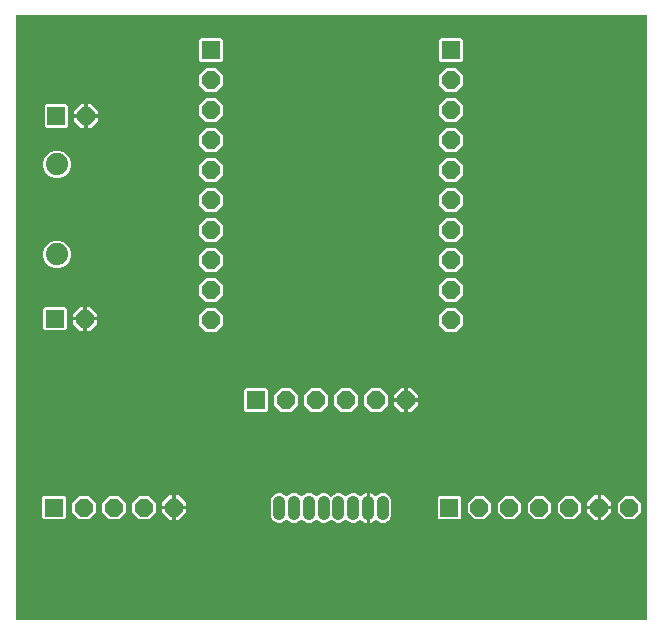
<source format=gbr>
G04 EAGLE Gerber RS-274X export*
G75*
%MOMM*%
%FSLAX34Y34*%
%LPD*%
%INTop Copper*%
%IPPOS*%
%AMOC8*
5,1,8,0,0,1.08239X$1,22.5*%
G01*
%ADD10R,1.524000X1.524000*%
%ADD11P,1.649562X8X112.500000*%
%ADD12P,1.649562X8X22.500000*%
%ADD13C,1.016000*%
%ADD14C,1.879600*%

G36*
X544198Y10164D02*
X544198Y10164D01*
X544217Y10162D01*
X544319Y10184D01*
X544421Y10200D01*
X544438Y10210D01*
X544458Y10214D01*
X544547Y10267D01*
X544638Y10316D01*
X544652Y10330D01*
X544669Y10340D01*
X544736Y10419D01*
X544808Y10494D01*
X544816Y10512D01*
X544829Y10527D01*
X544868Y10623D01*
X544911Y10717D01*
X544913Y10737D01*
X544921Y10755D01*
X544939Y10922D01*
X544939Y521578D01*
X544936Y521598D01*
X544938Y521617D01*
X544916Y521719D01*
X544900Y521821D01*
X544890Y521838D01*
X544886Y521858D01*
X544833Y521947D01*
X544784Y522038D01*
X544770Y522052D01*
X544760Y522069D01*
X544681Y522136D01*
X544606Y522208D01*
X544588Y522216D01*
X544573Y522229D01*
X544477Y522268D01*
X544383Y522311D01*
X544363Y522313D01*
X544345Y522321D01*
X544178Y522339D01*
X10922Y522339D01*
X10902Y522336D01*
X10883Y522338D01*
X10781Y522316D01*
X10679Y522300D01*
X10662Y522290D01*
X10642Y522286D01*
X10553Y522233D01*
X10462Y522184D01*
X10448Y522170D01*
X10431Y522160D01*
X10364Y522081D01*
X10292Y522006D01*
X10284Y521988D01*
X10271Y521973D01*
X10232Y521877D01*
X10189Y521783D01*
X10187Y521763D01*
X10179Y521745D01*
X10161Y521578D01*
X10161Y10922D01*
X10164Y10902D01*
X10162Y10883D01*
X10184Y10781D01*
X10200Y10679D01*
X10210Y10662D01*
X10214Y10642D01*
X10267Y10553D01*
X10316Y10462D01*
X10330Y10448D01*
X10340Y10431D01*
X10419Y10364D01*
X10494Y10292D01*
X10512Y10284D01*
X10527Y10271D01*
X10623Y10232D01*
X10717Y10189D01*
X10737Y10187D01*
X10755Y10179D01*
X10922Y10161D01*
X544178Y10161D01*
X544198Y10164D01*
G37*
%LPC*%
G36*
X306141Y92494D02*
X306141Y92494D01*
X304754Y93069D01*
X303506Y93903D01*
X302473Y94936D01*
X302457Y94948D01*
X302444Y94963D01*
X302357Y95019D01*
X302273Y95080D01*
X302254Y95085D01*
X302237Y95096D01*
X302137Y95121D01*
X302038Y95152D01*
X302018Y95151D01*
X301999Y95156D01*
X301896Y95148D01*
X301792Y95146D01*
X301773Y95139D01*
X301753Y95137D01*
X301659Y95097D01*
X301561Y95061D01*
X301545Y95049D01*
X301527Y95041D01*
X301396Y94936D01*
X300037Y93577D01*
X297329Y92455D01*
X294399Y92455D01*
X291691Y93577D01*
X290152Y95116D01*
X290136Y95127D01*
X290124Y95143D01*
X290036Y95199D01*
X289953Y95259D01*
X289934Y95265D01*
X289917Y95276D01*
X289816Y95301D01*
X289717Y95331D01*
X289698Y95331D01*
X289678Y95336D01*
X289575Y95328D01*
X289472Y95325D01*
X289453Y95318D01*
X289433Y95317D01*
X289338Y95276D01*
X289241Y95241D01*
X289225Y95228D01*
X289207Y95220D01*
X289076Y95116D01*
X287537Y93577D01*
X284829Y92455D01*
X281899Y92455D01*
X279191Y93577D01*
X277652Y95116D01*
X277636Y95127D01*
X277624Y95143D01*
X277536Y95199D01*
X277453Y95259D01*
X277434Y95265D01*
X277417Y95276D01*
X277316Y95301D01*
X277217Y95331D01*
X277198Y95331D01*
X277178Y95336D01*
X277075Y95328D01*
X276972Y95325D01*
X276953Y95318D01*
X276933Y95317D01*
X276838Y95276D01*
X276741Y95241D01*
X276725Y95228D01*
X276707Y95220D01*
X276576Y95116D01*
X275037Y93577D01*
X272329Y92455D01*
X269399Y92455D01*
X266691Y93577D01*
X265152Y95116D01*
X265136Y95127D01*
X265124Y95143D01*
X265036Y95199D01*
X264953Y95259D01*
X264934Y95265D01*
X264917Y95276D01*
X264816Y95301D01*
X264717Y95331D01*
X264698Y95331D01*
X264678Y95336D01*
X264575Y95328D01*
X264472Y95325D01*
X264453Y95318D01*
X264433Y95317D01*
X264338Y95276D01*
X264241Y95241D01*
X264225Y95228D01*
X264207Y95220D01*
X264076Y95116D01*
X262537Y93577D01*
X259829Y92455D01*
X256899Y92455D01*
X254191Y93577D01*
X252652Y95116D01*
X252636Y95127D01*
X252624Y95143D01*
X252536Y95199D01*
X252453Y95259D01*
X252434Y95265D01*
X252417Y95276D01*
X252316Y95301D01*
X252217Y95331D01*
X252198Y95331D01*
X252178Y95336D01*
X252075Y95328D01*
X251972Y95325D01*
X251953Y95318D01*
X251933Y95317D01*
X251838Y95276D01*
X251741Y95241D01*
X251725Y95228D01*
X251707Y95220D01*
X251576Y95116D01*
X250037Y93577D01*
X247329Y92455D01*
X244399Y92455D01*
X241691Y93577D01*
X240152Y95116D01*
X240136Y95127D01*
X240124Y95143D01*
X240036Y95199D01*
X239953Y95259D01*
X239934Y95265D01*
X239917Y95276D01*
X239816Y95301D01*
X239717Y95331D01*
X239698Y95331D01*
X239678Y95336D01*
X239575Y95328D01*
X239472Y95325D01*
X239453Y95318D01*
X239433Y95317D01*
X239338Y95276D01*
X239241Y95241D01*
X239225Y95228D01*
X239207Y95220D01*
X239076Y95116D01*
X237537Y93577D01*
X234829Y92455D01*
X231899Y92455D01*
X229191Y93577D01*
X227119Y95649D01*
X225997Y98357D01*
X225997Y111447D01*
X227119Y114155D01*
X229191Y116227D01*
X231899Y117349D01*
X234829Y117349D01*
X237537Y116227D01*
X239076Y114688D01*
X239092Y114677D01*
X239104Y114661D01*
X239192Y114605D01*
X239275Y114545D01*
X239294Y114539D01*
X239311Y114528D01*
X239412Y114503D01*
X239511Y114473D01*
X239530Y114473D01*
X239550Y114468D01*
X239653Y114476D01*
X239756Y114479D01*
X239775Y114486D01*
X239795Y114487D01*
X239890Y114528D01*
X239987Y114563D01*
X240003Y114576D01*
X240021Y114584D01*
X240152Y114688D01*
X241691Y116227D01*
X244399Y117349D01*
X247329Y117349D01*
X250037Y116227D01*
X251576Y114688D01*
X251592Y114677D01*
X251604Y114661D01*
X251692Y114605D01*
X251775Y114545D01*
X251794Y114539D01*
X251811Y114528D01*
X251912Y114503D01*
X252011Y114473D01*
X252030Y114473D01*
X252050Y114468D01*
X252153Y114476D01*
X252256Y114479D01*
X252275Y114486D01*
X252295Y114487D01*
X252390Y114528D01*
X252487Y114563D01*
X252503Y114576D01*
X252521Y114584D01*
X252652Y114688D01*
X254191Y116227D01*
X256899Y117349D01*
X259829Y117349D01*
X262537Y116227D01*
X264076Y114688D01*
X264092Y114677D01*
X264104Y114661D01*
X264192Y114605D01*
X264275Y114545D01*
X264294Y114539D01*
X264311Y114528D01*
X264412Y114503D01*
X264511Y114473D01*
X264530Y114473D01*
X264550Y114468D01*
X264653Y114476D01*
X264756Y114479D01*
X264775Y114486D01*
X264795Y114487D01*
X264890Y114528D01*
X264987Y114563D01*
X265003Y114576D01*
X265021Y114584D01*
X265152Y114688D01*
X266691Y116227D01*
X269399Y117349D01*
X272329Y117349D01*
X275037Y116227D01*
X276576Y114688D01*
X276592Y114677D01*
X276604Y114661D01*
X276692Y114605D01*
X276775Y114545D01*
X276794Y114539D01*
X276811Y114528D01*
X276912Y114503D01*
X277011Y114473D01*
X277030Y114473D01*
X277050Y114468D01*
X277153Y114476D01*
X277256Y114479D01*
X277275Y114486D01*
X277295Y114487D01*
X277390Y114528D01*
X277487Y114563D01*
X277503Y114576D01*
X277521Y114584D01*
X277652Y114688D01*
X279191Y116227D01*
X281899Y117349D01*
X284829Y117349D01*
X287537Y116227D01*
X289076Y114688D01*
X289092Y114677D01*
X289104Y114661D01*
X289192Y114605D01*
X289275Y114545D01*
X289294Y114539D01*
X289311Y114528D01*
X289412Y114503D01*
X289511Y114473D01*
X289530Y114473D01*
X289550Y114468D01*
X289653Y114476D01*
X289756Y114479D01*
X289775Y114486D01*
X289795Y114487D01*
X289890Y114528D01*
X289987Y114563D01*
X290003Y114576D01*
X290021Y114584D01*
X290152Y114688D01*
X291691Y116227D01*
X294399Y117349D01*
X297329Y117349D01*
X300037Y116227D01*
X301396Y114868D01*
X301412Y114856D01*
X301425Y114841D01*
X301512Y114785D01*
X301596Y114724D01*
X301615Y114719D01*
X301632Y114708D01*
X301732Y114683D01*
X301831Y114652D01*
X301851Y114653D01*
X301870Y114648D01*
X301973Y114656D01*
X302077Y114658D01*
X302096Y114665D01*
X302115Y114667D01*
X302210Y114707D01*
X302308Y114743D01*
X302323Y114755D01*
X302342Y114763D01*
X302473Y114868D01*
X303506Y115901D01*
X304754Y116735D01*
X306141Y117310D01*
X307095Y117500D01*
X307095Y105410D01*
X307098Y105391D01*
X307096Y105371D01*
X307118Y105269D01*
X307134Y105167D01*
X307144Y105150D01*
X307148Y105130D01*
X307201Y105041D01*
X307250Y104950D01*
X307264Y104936D01*
X307274Y104919D01*
X307299Y104898D01*
X307298Y104897D01*
X307226Y104822D01*
X307218Y104804D01*
X307205Y104789D01*
X307166Y104692D01*
X307123Y104599D01*
X307121Y104579D01*
X307113Y104561D01*
X307095Y104394D01*
X307095Y92304D01*
X306141Y92494D01*
G37*
%LPD*%
%LPC*%
G36*
X42888Y307847D02*
X42888Y307847D01*
X38593Y309626D01*
X35306Y312913D01*
X33527Y317208D01*
X33527Y321856D01*
X35306Y326151D01*
X38593Y329438D01*
X42888Y331217D01*
X47536Y331217D01*
X51831Y329438D01*
X55118Y326151D01*
X56897Y321856D01*
X56897Y317208D01*
X55118Y312913D01*
X51831Y309626D01*
X47536Y307847D01*
X42888Y307847D01*
G37*
%LPD*%
%LPC*%
G36*
X42888Y384047D02*
X42888Y384047D01*
X38593Y385826D01*
X35306Y389113D01*
X33527Y393408D01*
X33527Y398056D01*
X35306Y402351D01*
X38593Y405638D01*
X42888Y407417D01*
X47536Y407417D01*
X51831Y405638D01*
X55118Y402351D01*
X56897Y398056D01*
X56897Y393408D01*
X55118Y389113D01*
X51831Y385826D01*
X47536Y384047D01*
X42888Y384047D01*
G37*
%LPD*%
%LPC*%
G36*
X309633Y104394D02*
X309633Y104394D01*
X309630Y104413D01*
X309632Y104433D01*
X309610Y104535D01*
X309594Y104637D01*
X309584Y104654D01*
X309580Y104674D01*
X309527Y104763D01*
X309478Y104854D01*
X309464Y104868D01*
X309454Y104885D01*
X309429Y104906D01*
X309430Y104907D01*
X309502Y104982D01*
X309510Y105000D01*
X309523Y105015D01*
X309562Y105112D01*
X309605Y105205D01*
X309607Y105225D01*
X309615Y105243D01*
X309633Y105410D01*
X309633Y117500D01*
X310587Y117310D01*
X311974Y116735D01*
X313222Y115901D01*
X314255Y114868D01*
X314271Y114856D01*
X314284Y114841D01*
X314371Y114785D01*
X314455Y114724D01*
X314474Y114719D01*
X314491Y114708D01*
X314591Y114683D01*
X314690Y114652D01*
X314710Y114653D01*
X314729Y114648D01*
X314832Y114656D01*
X314936Y114658D01*
X314955Y114665D01*
X314975Y114667D01*
X315069Y114707D01*
X315167Y114743D01*
X315183Y114755D01*
X315201Y114763D01*
X315332Y114868D01*
X316691Y116227D01*
X319399Y117349D01*
X322329Y117349D01*
X325037Y116227D01*
X327109Y114155D01*
X328231Y111447D01*
X328231Y98357D01*
X327109Y95649D01*
X325037Y93577D01*
X322329Y92455D01*
X319399Y92455D01*
X316691Y93577D01*
X315332Y94936D01*
X315316Y94948D01*
X315303Y94963D01*
X315216Y95019D01*
X315132Y95080D01*
X315113Y95085D01*
X315096Y95096D01*
X314996Y95121D01*
X314897Y95152D01*
X314877Y95151D01*
X314858Y95156D01*
X314755Y95148D01*
X314651Y95146D01*
X314632Y95139D01*
X314613Y95137D01*
X314518Y95097D01*
X314420Y95061D01*
X314405Y95049D01*
X314386Y95041D01*
X314255Y94936D01*
X313222Y93903D01*
X311974Y93069D01*
X310587Y92494D01*
X309633Y92304D01*
X309633Y104394D01*
G37*
%LPD*%
%LPC*%
G36*
X34867Y255269D02*
X34867Y255269D01*
X33527Y256609D01*
X33527Y273743D01*
X34867Y275083D01*
X52001Y275083D01*
X53341Y273743D01*
X53341Y256609D01*
X52001Y255269D01*
X34867Y255269D01*
G37*
%LPD*%
%LPC*%
G36*
X370147Y482912D02*
X370147Y482912D01*
X368807Y484252D01*
X368807Y501386D01*
X370147Y502726D01*
X387281Y502726D01*
X388621Y501386D01*
X388621Y484252D01*
X387281Y482912D01*
X370147Y482912D01*
G37*
%LPD*%
%LPC*%
G36*
X204862Y186378D02*
X204862Y186378D01*
X203522Y187718D01*
X203522Y204852D01*
X204862Y206192D01*
X221996Y206192D01*
X223336Y204852D01*
X223336Y187718D01*
X221996Y186378D01*
X204862Y186378D01*
G37*
%LPD*%
%LPC*%
G36*
X368764Y95393D02*
X368764Y95393D01*
X367424Y96733D01*
X367424Y113867D01*
X368764Y115207D01*
X385898Y115207D01*
X387238Y113867D01*
X387238Y96733D01*
X385898Y95393D01*
X368764Y95393D01*
G37*
%LPD*%
%LPC*%
G36*
X35883Y426719D02*
X35883Y426719D01*
X34543Y428059D01*
X34543Y445193D01*
X35883Y446533D01*
X53017Y446533D01*
X54357Y445193D01*
X54357Y428059D01*
X53017Y426719D01*
X35883Y426719D01*
G37*
%LPD*%
%LPC*%
G36*
X33812Y95393D02*
X33812Y95393D01*
X32472Y96733D01*
X32472Y113867D01*
X33812Y115207D01*
X50946Y115207D01*
X52286Y113867D01*
X52286Y96733D01*
X50946Y95393D01*
X33812Y95393D01*
G37*
%LPD*%
%LPC*%
G36*
X166713Y482912D02*
X166713Y482912D01*
X165373Y484252D01*
X165373Y501386D01*
X166713Y502726D01*
X183847Y502726D01*
X185187Y501386D01*
X185187Y484252D01*
X183847Y482912D01*
X166713Y482912D01*
G37*
%LPD*%
%LPC*%
G36*
X89075Y95393D02*
X89075Y95393D01*
X83272Y101196D01*
X83272Y109404D01*
X89075Y115207D01*
X97283Y115207D01*
X103086Y109404D01*
X103086Y101196D01*
X97283Y95393D01*
X89075Y95393D01*
G37*
%LPD*%
%LPC*%
G36*
X374610Y406712D02*
X374610Y406712D01*
X368807Y412515D01*
X368807Y420723D01*
X374610Y426526D01*
X382818Y426526D01*
X388621Y420723D01*
X388621Y412515D01*
X382818Y406712D01*
X374610Y406712D01*
G37*
%LPD*%
%LPC*%
G36*
X171176Y406712D02*
X171176Y406712D01*
X165373Y412515D01*
X165373Y420723D01*
X171176Y426526D01*
X179384Y426526D01*
X185187Y420723D01*
X185187Y412515D01*
X179384Y406712D01*
X171176Y406712D01*
G37*
%LPD*%
%LPC*%
G36*
X63675Y95393D02*
X63675Y95393D01*
X57872Y101196D01*
X57872Y109404D01*
X63675Y115207D01*
X71883Y115207D01*
X77686Y109404D01*
X77686Y101196D01*
X71883Y95393D01*
X63675Y95393D01*
G37*
%LPD*%
%LPC*%
G36*
X171176Y381312D02*
X171176Y381312D01*
X165373Y387115D01*
X165373Y395323D01*
X171176Y401126D01*
X179384Y401126D01*
X185187Y395323D01*
X185187Y387115D01*
X179384Y381312D01*
X171176Y381312D01*
G37*
%LPD*%
%LPC*%
G36*
X374610Y381312D02*
X374610Y381312D01*
X368807Y387115D01*
X368807Y395323D01*
X374610Y401126D01*
X382818Y401126D01*
X388621Y395323D01*
X388621Y387115D01*
X382818Y381312D01*
X374610Y381312D01*
G37*
%LPD*%
%LPC*%
G36*
X171176Y355912D02*
X171176Y355912D01*
X165373Y361715D01*
X165373Y369923D01*
X171176Y375726D01*
X179384Y375726D01*
X185187Y369923D01*
X185187Y361715D01*
X179384Y355912D01*
X171176Y355912D01*
G37*
%LPD*%
%LPC*%
G36*
X374610Y355912D02*
X374610Y355912D01*
X368807Y361715D01*
X368807Y369923D01*
X374610Y375726D01*
X382818Y375726D01*
X388621Y369923D01*
X388621Y361715D01*
X382818Y355912D01*
X374610Y355912D01*
G37*
%LPD*%
%LPC*%
G36*
X374610Y330512D02*
X374610Y330512D01*
X368807Y336315D01*
X368807Y344523D01*
X374610Y350326D01*
X382818Y350326D01*
X388621Y344523D01*
X388621Y336315D01*
X382818Y330512D01*
X374610Y330512D01*
G37*
%LPD*%
%LPC*%
G36*
X171176Y330512D02*
X171176Y330512D01*
X165373Y336315D01*
X165373Y344523D01*
X171176Y350326D01*
X179384Y350326D01*
X185187Y344523D01*
X185187Y336315D01*
X179384Y330512D01*
X171176Y330512D01*
G37*
%LPD*%
%LPC*%
G36*
X171176Y305112D02*
X171176Y305112D01*
X165373Y310915D01*
X165373Y319123D01*
X171176Y324926D01*
X179384Y324926D01*
X185187Y319123D01*
X185187Y310915D01*
X179384Y305112D01*
X171176Y305112D01*
G37*
%LPD*%
%LPC*%
G36*
X171176Y432112D02*
X171176Y432112D01*
X165373Y437915D01*
X165373Y446123D01*
X171176Y451926D01*
X179384Y451926D01*
X185187Y446123D01*
X185187Y437915D01*
X179384Y432112D01*
X171176Y432112D01*
G37*
%LPD*%
%LPC*%
G36*
X374610Y305112D02*
X374610Y305112D01*
X368807Y310915D01*
X368807Y319123D01*
X374610Y324926D01*
X382818Y324926D01*
X388621Y319123D01*
X388621Y310915D01*
X382818Y305112D01*
X374610Y305112D01*
G37*
%LPD*%
%LPC*%
G36*
X374610Y279712D02*
X374610Y279712D01*
X368807Y285515D01*
X368807Y293723D01*
X374610Y299526D01*
X382818Y299526D01*
X388621Y293723D01*
X388621Y285515D01*
X382818Y279712D01*
X374610Y279712D01*
G37*
%LPD*%
%LPC*%
G36*
X171176Y279712D02*
X171176Y279712D01*
X165373Y285515D01*
X165373Y293723D01*
X171176Y299526D01*
X179384Y299526D01*
X185187Y293723D01*
X185187Y285515D01*
X179384Y279712D01*
X171176Y279712D01*
G37*
%LPD*%
%LPC*%
G36*
X374610Y457512D02*
X374610Y457512D01*
X368807Y463315D01*
X368807Y471523D01*
X374610Y477326D01*
X382818Y477326D01*
X388621Y471523D01*
X388621Y463315D01*
X382818Y457512D01*
X374610Y457512D01*
G37*
%LPD*%
%LPC*%
G36*
X114475Y95393D02*
X114475Y95393D01*
X108672Y101196D01*
X108672Y109404D01*
X114475Y115207D01*
X122683Y115207D01*
X128486Y109404D01*
X128486Y101196D01*
X122683Y95393D01*
X114475Y95393D01*
G37*
%LPD*%
%LPC*%
G36*
X374610Y432112D02*
X374610Y432112D01*
X368807Y437915D01*
X368807Y446123D01*
X374610Y451926D01*
X382818Y451926D01*
X388621Y446123D01*
X388621Y437915D01*
X382818Y432112D01*
X374610Y432112D01*
G37*
%LPD*%
%LPC*%
G36*
X374610Y254312D02*
X374610Y254312D01*
X368807Y260115D01*
X368807Y268323D01*
X374610Y274126D01*
X382818Y274126D01*
X388621Y268323D01*
X388621Y260115D01*
X382818Y254312D01*
X374610Y254312D01*
G37*
%LPD*%
%LPC*%
G36*
X171176Y254312D02*
X171176Y254312D01*
X165373Y260115D01*
X165373Y268323D01*
X171176Y274126D01*
X179384Y274126D01*
X185187Y268323D01*
X185187Y260115D01*
X179384Y254312D01*
X171176Y254312D01*
G37*
%LPD*%
%LPC*%
G36*
X525627Y95393D02*
X525627Y95393D01*
X519824Y101196D01*
X519824Y109404D01*
X525627Y115207D01*
X533835Y115207D01*
X539638Y109404D01*
X539638Y101196D01*
X533835Y95393D01*
X525627Y95393D01*
G37*
%LPD*%
%LPC*%
G36*
X474827Y95393D02*
X474827Y95393D01*
X469024Y101196D01*
X469024Y109404D01*
X474827Y115207D01*
X483035Y115207D01*
X488838Y109404D01*
X488838Y101196D01*
X483035Y95393D01*
X474827Y95393D01*
G37*
%LPD*%
%LPC*%
G36*
X449427Y95393D02*
X449427Y95393D01*
X443624Y101196D01*
X443624Y109404D01*
X449427Y115207D01*
X457635Y115207D01*
X463438Y109404D01*
X463438Y101196D01*
X457635Y95393D01*
X449427Y95393D01*
G37*
%LPD*%
%LPC*%
G36*
X424027Y95393D02*
X424027Y95393D01*
X418224Y101196D01*
X418224Y109404D01*
X424027Y115207D01*
X432235Y115207D01*
X438038Y109404D01*
X438038Y101196D01*
X432235Y95393D01*
X424027Y95393D01*
G37*
%LPD*%
%LPC*%
G36*
X398627Y95393D02*
X398627Y95393D01*
X392824Y101196D01*
X392824Y109404D01*
X398627Y115207D01*
X406835Y115207D01*
X412638Y109404D01*
X412638Y101196D01*
X406835Y95393D01*
X398627Y95393D01*
G37*
%LPD*%
%LPC*%
G36*
X310925Y186378D02*
X310925Y186378D01*
X305122Y192181D01*
X305122Y200389D01*
X310925Y206192D01*
X319133Y206192D01*
X324936Y200389D01*
X324936Y192181D01*
X319133Y186378D01*
X310925Y186378D01*
G37*
%LPD*%
%LPC*%
G36*
X285525Y186378D02*
X285525Y186378D01*
X279722Y192181D01*
X279722Y200389D01*
X285525Y206192D01*
X293733Y206192D01*
X299536Y200389D01*
X299536Y192181D01*
X293733Y186378D01*
X285525Y186378D01*
G37*
%LPD*%
%LPC*%
G36*
X260125Y186378D02*
X260125Y186378D01*
X254322Y192181D01*
X254322Y200389D01*
X260125Y206192D01*
X268333Y206192D01*
X274136Y200389D01*
X274136Y192181D01*
X268333Y186378D01*
X260125Y186378D01*
G37*
%LPD*%
%LPC*%
G36*
X234725Y186378D02*
X234725Y186378D01*
X228922Y192181D01*
X228922Y200389D01*
X234725Y206192D01*
X242933Y206192D01*
X248736Y200389D01*
X248736Y192181D01*
X242933Y186378D01*
X234725Y186378D01*
G37*
%LPD*%
%LPC*%
G36*
X171176Y457512D02*
X171176Y457512D01*
X165373Y463315D01*
X165373Y471523D01*
X171176Y477326D01*
X179384Y477326D01*
X185187Y471523D01*
X185187Y463315D01*
X179384Y457512D01*
X171176Y457512D01*
G37*
%LPD*%
%LPC*%
G36*
X341952Y197808D02*
X341952Y197808D01*
X341952Y206446D01*
X344638Y206446D01*
X350590Y200494D01*
X350590Y197808D01*
X341952Y197808D01*
G37*
%LPD*%
%LPC*%
G36*
X145502Y106823D02*
X145502Y106823D01*
X145502Y115461D01*
X148188Y115461D01*
X154140Y109509D01*
X154140Y106823D01*
X145502Y106823D01*
G37*
%LPD*%
%LPC*%
G36*
X505854Y106823D02*
X505854Y106823D01*
X505854Y115461D01*
X508540Y115461D01*
X514492Y109509D01*
X514492Y106823D01*
X505854Y106823D01*
G37*
%LPD*%
%LPC*%
G36*
X70357Y266699D02*
X70357Y266699D01*
X70357Y275337D01*
X73043Y275337D01*
X78995Y269385D01*
X78995Y266699D01*
X70357Y266699D01*
G37*
%LPD*%
%LPC*%
G36*
X71373Y438149D02*
X71373Y438149D01*
X71373Y446787D01*
X74059Y446787D01*
X80011Y440835D01*
X80011Y438149D01*
X71373Y438149D01*
G37*
%LPD*%
%LPC*%
G36*
X341952Y194762D02*
X341952Y194762D01*
X350590Y194762D01*
X350590Y192076D01*
X344638Y186124D01*
X341952Y186124D01*
X341952Y194762D01*
G37*
%LPD*%
%LPC*%
G36*
X71373Y435103D02*
X71373Y435103D01*
X80011Y435103D01*
X80011Y432417D01*
X74059Y426465D01*
X71373Y426465D01*
X71373Y435103D01*
G37*
%LPD*%
%LPC*%
G36*
X505854Y103777D02*
X505854Y103777D01*
X514492Y103777D01*
X514492Y101091D01*
X508540Y95139D01*
X505854Y95139D01*
X505854Y103777D01*
G37*
%LPD*%
%LPC*%
G36*
X145502Y103777D02*
X145502Y103777D01*
X154140Y103777D01*
X154140Y101091D01*
X148188Y95139D01*
X145502Y95139D01*
X145502Y103777D01*
G37*
%LPD*%
%LPC*%
G36*
X70357Y263653D02*
X70357Y263653D01*
X78995Y263653D01*
X78995Y260967D01*
X73043Y255015D01*
X70357Y255015D01*
X70357Y263653D01*
G37*
%LPD*%
%LPC*%
G36*
X330268Y197808D02*
X330268Y197808D01*
X330268Y200494D01*
X336220Y206446D01*
X338906Y206446D01*
X338906Y197808D01*
X330268Y197808D01*
G37*
%LPD*%
%LPC*%
G36*
X59689Y438149D02*
X59689Y438149D01*
X59689Y440835D01*
X65641Y446787D01*
X68327Y446787D01*
X68327Y438149D01*
X59689Y438149D01*
G37*
%LPD*%
%LPC*%
G36*
X133818Y106823D02*
X133818Y106823D01*
X133818Y109509D01*
X139770Y115461D01*
X142456Y115461D01*
X142456Y106823D01*
X133818Y106823D01*
G37*
%LPD*%
%LPC*%
G36*
X494170Y106823D02*
X494170Y106823D01*
X494170Y109509D01*
X500122Y115461D01*
X502808Y115461D01*
X502808Y106823D01*
X494170Y106823D01*
G37*
%LPD*%
%LPC*%
G36*
X58673Y266699D02*
X58673Y266699D01*
X58673Y269385D01*
X64625Y275337D01*
X67311Y275337D01*
X67311Y266699D01*
X58673Y266699D01*
G37*
%LPD*%
%LPC*%
G36*
X65641Y426465D02*
X65641Y426465D01*
X59689Y432417D01*
X59689Y435103D01*
X68327Y435103D01*
X68327Y426465D01*
X65641Y426465D01*
G37*
%LPD*%
%LPC*%
G36*
X64625Y255015D02*
X64625Y255015D01*
X58673Y260967D01*
X58673Y263653D01*
X67311Y263653D01*
X67311Y255015D01*
X64625Y255015D01*
G37*
%LPD*%
%LPC*%
G36*
X500122Y95139D02*
X500122Y95139D01*
X494170Y101091D01*
X494170Y103777D01*
X502808Y103777D01*
X502808Y95139D01*
X500122Y95139D01*
G37*
%LPD*%
%LPC*%
G36*
X336220Y186124D02*
X336220Y186124D01*
X330268Y192076D01*
X330268Y194762D01*
X338906Y194762D01*
X338906Y186124D01*
X336220Y186124D01*
G37*
%LPD*%
%LPC*%
G36*
X139770Y95139D02*
X139770Y95139D01*
X133818Y101091D01*
X133818Y103777D01*
X142456Y103777D01*
X142456Y95139D01*
X139770Y95139D01*
G37*
%LPD*%
%LPC*%
G36*
X68833Y265175D02*
X68833Y265175D01*
X68833Y265177D01*
X68835Y265177D01*
X68835Y265175D01*
X68833Y265175D01*
G37*
%LPD*%
%LPC*%
G36*
X143978Y105299D02*
X143978Y105299D01*
X143978Y105301D01*
X143980Y105301D01*
X143980Y105299D01*
X143978Y105299D01*
G37*
%LPD*%
%LPC*%
G36*
X340428Y196284D02*
X340428Y196284D01*
X340428Y196286D01*
X340430Y196286D01*
X340430Y196284D01*
X340428Y196284D01*
G37*
%LPD*%
%LPC*%
G36*
X69849Y436625D02*
X69849Y436625D01*
X69849Y436627D01*
X69851Y436627D01*
X69851Y436625D01*
X69849Y436625D01*
G37*
%LPD*%
%LPC*%
G36*
X504330Y105299D02*
X504330Y105299D01*
X504330Y105301D01*
X504332Y105301D01*
X504332Y105299D01*
X504330Y105299D01*
G37*
%LPD*%
D10*
X43434Y265176D03*
D11*
X68834Y265176D03*
D10*
X175280Y492819D03*
D12*
X175280Y467419D03*
X175280Y442019D03*
X175280Y416619D03*
X175280Y391219D03*
X175280Y365819D03*
X175280Y340419D03*
X175280Y315019D03*
X175280Y289619D03*
X175280Y264219D03*
D10*
X378714Y492819D03*
D12*
X378714Y467419D03*
X378714Y442019D03*
X378714Y416619D03*
X378714Y391219D03*
X378714Y365819D03*
X378714Y340419D03*
X378714Y315019D03*
X378714Y289619D03*
X378714Y264219D03*
D10*
X213429Y196285D03*
D11*
X238829Y196285D03*
X264229Y196285D03*
X289629Y196285D03*
X315029Y196285D03*
X340429Y196285D03*
D10*
X44450Y436626D03*
D11*
X69850Y436626D03*
D13*
X233364Y109982D02*
X233364Y99822D01*
X245864Y99822D02*
X245864Y109982D01*
X258364Y109982D02*
X258364Y99822D01*
X270864Y99822D02*
X270864Y109982D01*
X283364Y109982D02*
X283364Y99822D01*
X295864Y99822D02*
X295864Y109982D01*
X308364Y109982D02*
X308364Y99822D01*
X320864Y99822D02*
X320864Y109982D01*
D14*
X45212Y395732D03*
X45212Y319532D03*
D10*
X377331Y105300D03*
D11*
X402731Y105300D03*
X428131Y105300D03*
X453531Y105300D03*
X478931Y105300D03*
X504331Y105300D03*
X529731Y105300D03*
D10*
X42379Y105300D03*
D11*
X67779Y105300D03*
X93179Y105300D03*
X118579Y105300D03*
X143979Y105300D03*
M02*

</source>
